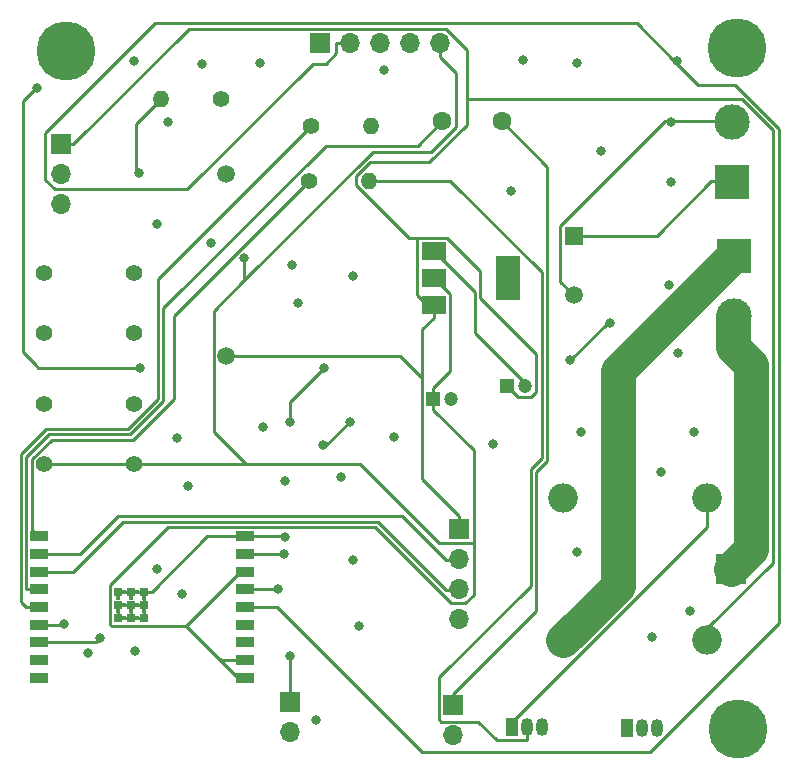
<source format=gbr>
%TF.GenerationSoftware,KiCad,Pcbnew,7.0.7*%
%TF.CreationDate,2025-10-27T22:40:16+01:00*%
%TF.ProjectId,pcb1,70636231-2e6b-4696-9361-645f70636258,rev?*%
%TF.SameCoordinates,Original*%
%TF.FileFunction,Copper,L1,Top*%
%TF.FilePolarity,Positive*%
%FSLAX46Y46*%
G04 Gerber Fmt 4.6, Leading zero omitted, Abs format (unit mm)*
G04 Created by KiCad (PCBNEW 7.0.7) date 2025-10-27 22:40:16*
%MOMM*%
%LPD*%
G01*
G04 APERTURE LIST*
%TA.AperFunction,ComponentPad*%
%ADD10R,1.700000X1.700000*%
%TD*%
%TA.AperFunction,ComponentPad*%
%ADD11O,1.700000X1.700000*%
%TD*%
%TA.AperFunction,ComponentPad*%
%ADD12C,5.000000*%
%TD*%
%TA.AperFunction,ComponentPad*%
%ADD13R,1.050000X1.500000*%
%TD*%
%TA.AperFunction,ComponentPad*%
%ADD14O,1.050000X1.500000*%
%TD*%
%TA.AperFunction,ComponentPad*%
%ADD15C,1.400000*%
%TD*%
%TA.AperFunction,ComponentPad*%
%ADD16O,1.400000X1.400000*%
%TD*%
%TA.AperFunction,SMDPad,CuDef*%
%ADD17R,2.000000X1.500000*%
%TD*%
%TA.AperFunction,SMDPad,CuDef*%
%ADD18R,2.000000X3.800000*%
%TD*%
%TA.AperFunction,ComponentPad*%
%ADD19C,1.397000*%
%TD*%
%TA.AperFunction,SMDPad,CuDef*%
%ADD20R,1.500000X0.900000*%
%TD*%
%TA.AperFunction,SMDPad,CuDef*%
%ADD21R,0.700000X0.700000*%
%TD*%
%TA.AperFunction,ComponentPad*%
%ADD22C,0.400000*%
%TD*%
%TA.AperFunction,ComponentPad*%
%ADD23R,1.200000X1.200000*%
%TD*%
%TA.AperFunction,ComponentPad*%
%ADD24C,1.200000*%
%TD*%
%TA.AperFunction,ComponentPad*%
%ADD25R,3.000000X3.000000*%
%TD*%
%TA.AperFunction,ComponentPad*%
%ADD26C,3.000000*%
%TD*%
%TA.AperFunction,ComponentPad*%
%ADD27C,1.600000*%
%TD*%
%TA.AperFunction,ComponentPad*%
%ADD28R,2.500000X2.500000*%
%TD*%
%TA.AperFunction,ComponentPad*%
%ADD29O,2.500000X2.500000*%
%TD*%
%TA.AperFunction,ComponentPad*%
%ADD30R,1.508000X1.508000*%
%TD*%
%TA.AperFunction,ComponentPad*%
%ADD31C,1.508000*%
%TD*%
%TA.AperFunction,ViaPad*%
%ADD32C,0.800000*%
%TD*%
%TA.AperFunction,Conductor*%
%ADD33C,0.250000*%
%TD*%
%TA.AperFunction,Conductor*%
%ADD34C,3.000000*%
%TD*%
G04 APERTURE END LIST*
D10*
%TO.P,Rele,1,Pin_1*%
%TO.N,+5V*%
X178760000Y-96610000D03*
D11*
%TO.P,Rele,2,Pin_2*%
%TO.N,E*%
X178760000Y-99150000D03*
%TO.P,Rele,3,Pin_3*%
%TO.N,GND*%
X178760000Y-101690000D03*
%TD*%
D12*
%TO.P,REF3,1*%
%TO.N,N/C*%
X179240000Y-88760000D03*
%TD*%
D13*
%TO.P,Q2,1,C*%
%TO.N,Net-(Q2-C)*%
X217000000Y-146020000D03*
D14*
%TO.P,Q2,2,B*%
%TO.N,Net-(Q2-B)*%
X218270000Y-146020000D03*
%TO.P,Q2,3,E*%
%TO.N,GND*%
X219540000Y-146020000D03*
%TD*%
D15*
%TO.P,R4,1*%
%TO.N,Net-(Sensor1-Pin_1)*%
X192320000Y-92850000D03*
D16*
%TO.P,R4,2*%
%TO.N,+3V3*%
X187240000Y-92850000D03*
%TD*%
D17*
%TO.P,U2,1,GND*%
%TO.N,GND*%
X210340000Y-105680000D03*
%TO.P,U2,2,VO*%
%TO.N,+3V3*%
X210340000Y-107980000D03*
%TO.P,U2,3,VI*%
%TO.N,+5V*%
X210340000Y-110280000D03*
D18*
%TO.P,U2,4*%
%TO.N,N/C*%
X216640000Y-107980000D03*
%TD*%
D19*
%TO.P,Reset,1,Pin_1*%
%TO.N,GND*%
X177330000Y-118660000D03*
X184950000Y-118660000D03*
%TO.P,Reset,2,Pin_2*%
%TO.N,+3V3*%
X177330000Y-123740000D03*
X184950000Y-123740000D03*
%TD*%
D15*
%TO.P,R3,1*%
%TO.N,rele*%
X199760000Y-99730000D03*
D16*
%TO.P,R3,2*%
%TO.N,Net-(Q2-B)*%
X204840000Y-99730000D03*
%TD*%
D20*
%TO.P,U1,1,3V3*%
%TO.N,+3V3*%
X194380000Y-141820000D03*
%TO.P,U1,2,EN*%
%TO.N,Net-(Reset1-Pin_4)*%
X194380000Y-140320000D03*
%TO.P,U1,3,IO4*%
%TO.N,unconnected-(U1-IO4-Pad3)*%
X194380000Y-138820000D03*
%TO.P,U1,4,IO5*%
%TO.N,unconnected-(U1-IO5-Pad4)*%
X194380000Y-137320000D03*
%TO.P,U1,5,IO6*%
%TO.N,SDA*%
X194380000Y-135820000D03*
%TO.P,U1,6,IO7*%
%TO.N,SCL*%
X194380000Y-134320000D03*
%TO.P,U1,7,IO8*%
%TO.N,+3V3*%
X194380000Y-132820000D03*
%TO.P,U1,8,IO9*%
%TO.N,boot*%
X194380000Y-131320000D03*
%TO.P,U1,9,GND*%
%TO.N,GND*%
X194380000Y-129820000D03*
%TO.P,U1,10,IO10*%
%TO.N,rele*%
X176880000Y-129820000D03*
%TO.P,U1,11,RXD*%
%TO.N,Net-(U1-RXD)*%
X176880000Y-131320000D03*
%TO.P,U1,12,TXD*%
%TO.N,Net-(U1-TXD)*%
X176880000Y-132820000D03*
%TO.P,U1,13,IO18*%
%TO.N,LP*%
X176880000Y-134320000D03*
%TO.P,U1,14,IO19*%
%TO.N,ReD*%
X176880000Y-135820000D03*
%TO.P,U1,15,IO3*%
%TO.N,INT*%
X176880000Y-137320000D03*
%TO.P,U1,16,IO2*%
%TO.N,sen*%
X176880000Y-138820000D03*
%TO.P,U1,17,IO1*%
%TO.N,unconnected-(U1-IO1-Pad17)*%
X176880000Y-140320000D03*
%TO.P,U1,18,IO0*%
%TO.N,unconnected-(U1-IO0-Pad18)*%
X176880000Y-141820000D03*
D21*
%TO.P,U1,19,GND*%
%TO.N,GND*%
X185770000Y-136720000D03*
%TO.P,U1,20,GND*%
X184670000Y-136720000D03*
%TO.P,U1,21,GND*%
X183570000Y-136720000D03*
%TO.P,U1,22,GND*%
X185770000Y-135620000D03*
%TO.P,U1,23,GND*%
X184670000Y-135620000D03*
%TO.P,U1,24,GND*%
X183570000Y-135620000D03*
%TO.P,U1,25,GND*%
X185770000Y-134520000D03*
%TO.P,U1,26,GND*%
X184670000Y-134520000D03*
%TO.P,U1,27,GND*%
X183570000Y-134520000D03*
D22*
%TO.P,U1,28,GND*%
X185220000Y-136720000D03*
%TO.P,U1,29,GND*%
X184120000Y-136720000D03*
%TO.P,U1,30,GND*%
X185770000Y-136170000D03*
%TO.P,U1,31,GND*%
X184670000Y-136170000D03*
%TO.P,U1,32,GND*%
X183570000Y-136170000D03*
%TO.P,U1,33,GND*%
X185220000Y-135620000D03*
%TO.P,U1,34,GND*%
X184120000Y-135620000D03*
%TO.P,U1,35,GND*%
X185770000Y-135070000D03*
%TO.P,U1,36,GND*%
X184670000Y-135070000D03*
%TO.P,U1,37,GND*%
X183570000Y-135070000D03*
%TO.P,U1,38,GND*%
X185220000Y-134520000D03*
%TO.P,U1,39,GND*%
X184120000Y-134520000D03*
%TD*%
D12*
%TO.P,REF3,1*%
%TO.N,N/C*%
X236000000Y-88510000D03*
%TD*%
D19*
%TO.P,Boot,1,Pin_1*%
%TO.N,unconnected-(Boot1-Pin_1-Pad1)*%
X177360000Y-107530000D03*
X184980000Y-107530000D03*
%TO.P,Boot,2,Pin_2*%
%TO.N,GND*%
X177360000Y-112610000D03*
X184980000Y-112610000D03*
%TD*%
D12*
%TO.P,REF3,1*%
%TO.N,N/C*%
X236130000Y-146150000D03*
%TD*%
D10*
%TO.P,LedPrueba,1,Pin_1*%
%TO.N,Net-(LedPrueba1-Pin_1)*%
X211950000Y-144125000D03*
D11*
%TO.P,LedPrueba,2,Pin_2*%
%TO.N,GND*%
X211950000Y-146665000D03*
%TD*%
D23*
%TO.P,C1,1*%
%TO.N,+5V*%
X216580000Y-117120000D03*
D24*
%TO.P,C1,2*%
%TO.N,GND*%
X218080000Y-117120000D03*
%TD*%
D25*
%TO.P,Alimentacion220V,1,Pin_1*%
%TO.N,AC*%
X235580000Y-99880000D03*
D26*
%TO.P,Alimentacion220V,2,Pin_2*%
%TO.N,Earth*%
X235580000Y-94800000D03*
%TD*%
D15*
%TO.P,R2,1*%
%TO.N,ReD*%
X199940000Y-95070000D03*
D16*
%TO.P,R2,2*%
%TO.N,Net-(Q1-B)*%
X205020000Y-95070000D03*
%TD*%
D13*
%TO.P,Q1,1,C*%
%TO.N,GND*%
X226730000Y-146040000D03*
D14*
%TO.P,Q1,2,B*%
%TO.N,Net-(Q1-B)*%
X228000000Y-146040000D03*
%TO.P,Q1,3,E*%
%TO.N,E*%
X229270000Y-146040000D03*
%TD*%
D23*
%TO.P,C2,1*%
%TO.N,+3V3*%
X210300000Y-118190000D03*
D24*
%TO.P,C2,2*%
%TO.N,GND*%
X211800000Y-118190000D03*
%TD*%
D10*
%TO.P,Uart,1,Pin_1*%
%TO.N,+5V*%
X212500000Y-129190000D03*
D11*
%TO.P,Uart,2,Pin_2*%
%TO.N,Net-(U1-RXD)*%
X212500000Y-131730000D03*
%TO.P,Uart,3,Pin_3*%
%TO.N,Net-(U1-TXD)*%
X212500000Y-134270000D03*
%TO.P,Uart,4,Pin_4*%
%TO.N,GND*%
X212500000Y-136810000D03*
%TD*%
D25*
%TO.P,Entrada,1,Pin_1*%
%TO.N,Net-(Entrada1-Pin_1)*%
X235740000Y-106130000D03*
D26*
%TO.P,Entrada,2,Pin_2*%
%TO.N,Net-(Entrada1-Pin_2)*%
X235740000Y-111210000D03*
%TD*%
D10*
%TO.P,Sensor,1,Pin_1*%
%TO.N,Net-(Sensor1-Pin_1)*%
X198130000Y-143865000D03*
D11*
%TO.P,Sensor,2,Pin_2*%
%TO.N,sen*%
X198130000Y-146405000D03*
%TD*%
D27*
%TO.P,R1,1*%
%TO.N,LP*%
X211065000Y-94710000D03*
%TO.P,R1,2*%
%TO.N,Net-(LedPrueba1-Pin_1)*%
X216145000Y-94710000D03*
%TD*%
D28*
%TO.P,Rele2,1*%
%TO.N,Net-(Entrada1-Pin_2)*%
X235507500Y-132630000D03*
D29*
%TO.P,Rele2,2*%
%TO.N,Net-(Q2-C)*%
X233507500Y-126630000D03*
%TO.P,Rele2,3*%
%TO.N,unconnected-(Rele2-Pad3)*%
X221307500Y-126630000D03*
%TO.P,Rele2,4*%
%TO.N,Net-(Entrada1-Pin_1)*%
X221307500Y-138630000D03*
%TO.P,Rele2,5*%
%TO.N,+5V*%
X233507500Y-138630000D03*
%TD*%
D10*
%TO.P,SensorAPDS9960,1,Pin_1*%
%TO.N,INT*%
X200740000Y-88080000D03*
D11*
%TO.P,SensorAPDS9960,2,Pin_2*%
%TO.N,SDA*%
X203280000Y-88080000D03*
%TO.P,SensorAPDS9960,3,Pin_3*%
%TO.N,SCL*%
X205820000Y-88080000D03*
%TO.P,SensorAPDS9960,4,Pin_4*%
%TO.N,GND*%
X208360000Y-88080000D03*
%TO.P,SensorAPDS9960,5,Pin_5*%
%TO.N,+3V3*%
X210900000Y-88080000D03*
%TD*%
D30*
%TO.P,PS1,1,AC1*%
%TO.N,AC*%
X222192400Y-104400000D03*
D31*
%TO.P,PS1,2,AC2*%
%TO.N,Earth*%
X222192400Y-109400000D03*
%TO.P,PS1,3,-VO*%
%TO.N,GND*%
X192792400Y-99200000D03*
%TO.P,PS1,4,+VO*%
%TO.N,+5V*%
X192792400Y-114600000D03*
%TD*%
D32*
%TO.N,GND*%
X202480000Y-124810000D03*
X230230000Y-108530000D03*
X186890000Y-132590000D03*
X232350000Y-121040000D03*
X203520000Y-131820000D03*
X195870000Y-120590000D03*
X181050000Y-139710000D03*
X197760000Y-129860000D03*
X225270000Y-111740000D03*
X228780000Y-138350000D03*
X215400000Y-122020000D03*
X198840000Y-110070000D03*
X230390000Y-99850000D03*
X187830000Y-94800000D03*
X189010000Y-134720000D03*
X189500000Y-125610000D03*
X200330000Y-145360000D03*
X221910000Y-114890000D03*
X198360000Y-106880000D03*
X188620000Y-121540000D03*
X224480000Y-97200000D03*
X232040000Y-136120000D03*
X222500000Y-89730000D03*
X217940000Y-89510000D03*
X190690000Y-89830000D03*
X185040000Y-139550000D03*
X206150000Y-90360000D03*
X195630000Y-89780000D03*
X203530000Y-107790000D03*
X204000000Y-137400000D03*
X197780000Y-125130000D03*
X203230000Y-120130000D03*
X207010000Y-121400000D03*
X231030000Y-114350000D03*
X222480000Y-131180000D03*
X186890000Y-103430000D03*
X222790000Y-121040000D03*
X200960000Y-122100000D03*
X191510000Y-105020000D03*
X216920000Y-100620000D03*
X185000000Y-89620000D03*
%TO.N,Earth*%
X230390000Y-94750000D03*
%TO.N,+3V3*%
X194300000Y-106250000D03*
X185360000Y-99110000D03*
%TO.N,SCL*%
X201030000Y-115590000D03*
X197160000Y-134310000D03*
X198160000Y-120130000D03*
%TO.N,SDA*%
X230950000Y-89570000D03*
%TO.N,INT*%
X179070000Y-137280000D03*
%TO.N,Net-(Q1-B)*%
X229600000Y-124380000D03*
%TO.N,boot*%
X197670000Y-131350000D03*
%TO.N,Net-(Sensor1-Pin_1)*%
X176730000Y-91920000D03*
X185450000Y-115630000D03*
X198140000Y-139940000D03*
%TO.N,sen*%
X182120000Y-138430000D03*
%TD*%
D33*
%TO.N,+5V*%
X203777000Y-99341900D02*
X204976900Y-98142000D01*
X236437000Y-92836900D02*
X213124900Y-92836900D01*
X233507500Y-138630000D02*
X233507500Y-137626000D01*
X207514800Y-114600000D02*
X209374800Y-116460000D01*
X192800000Y-114600000D02*
X207514800Y-114600000D01*
X212520000Y-129270000D02*
X212520000Y-128094900D01*
X218564300Y-118050400D02*
X219019700Y-117595000D01*
X213124900Y-88628800D02*
X213124900Y-92836900D01*
X189578100Y-86887000D02*
X211383100Y-86887000D01*
X214247500Y-109651000D02*
X214247500Y-107368000D01*
X178640000Y-96650000D02*
X179815100Y-96650000D01*
X208960800Y-109438300D02*
X208960800Y-104604800D01*
X204976900Y-98142000D02*
X209957300Y-98142000D01*
X214247500Y-107368000D02*
X211484300Y-104604800D01*
X210340000Y-110817500D02*
X210340000Y-111355100D01*
X213124900Y-94974400D02*
X213124900Y-92836900D01*
X239071400Y-95471300D02*
X236437000Y-92836900D01*
X211383100Y-86887000D02*
X213124900Y-88628800D01*
X219019700Y-114423200D02*
X214247500Y-109651000D01*
X233507500Y-137626000D02*
X239071400Y-132062100D01*
X208960800Y-104604800D02*
X208255600Y-104604800D01*
X208255600Y-104604800D02*
X203777000Y-100126200D01*
X209374800Y-114600000D02*
X209374800Y-116460000D01*
X209374800Y-112320300D02*
X210340000Y-111355100D01*
X219019700Y-117595000D02*
X219019700Y-114423200D01*
X210340000Y-110280000D02*
X210340000Y-110817500D01*
X211484300Y-104604800D02*
X208960800Y-104604800D01*
X216580000Y-117120000D02*
X217510400Y-118050400D01*
X209374800Y-114600000D02*
X209374800Y-112320300D01*
X209374800Y-116460000D02*
X209374800Y-124949700D01*
X209374800Y-124949700D02*
X212520000Y-128094900D01*
X239071400Y-132062100D02*
X239071400Y-95471300D01*
X217510400Y-118050400D02*
X218564300Y-118050400D01*
X203777000Y-100126200D02*
X203777000Y-99341900D01*
X210340000Y-110817500D02*
X208960800Y-109438300D01*
X209957300Y-98142000D02*
X213124900Y-94974400D01*
X179815100Y-96650000D02*
X189578100Y-86887000D01*
%TO.N,GND*%
X184670000Y-136720000D02*
X185220000Y-136720000D01*
X185220000Y-135620000D02*
X184670000Y-135620000D01*
X197760000Y-129860000D02*
X197720000Y-129820000D01*
X183570000Y-136170000D02*
X183570000Y-136720000D01*
X213797300Y-112606000D02*
X218080000Y-116888700D01*
X185770000Y-136170000D02*
X185770000Y-135620000D01*
X197800000Y-129820000D02*
X197760000Y-129860000D01*
X185220000Y-136720000D02*
X185770000Y-136720000D01*
X210340000Y-105680000D02*
X213797300Y-109137300D01*
X219540000Y-146020000D02*
X219752600Y-146020000D01*
X186445100Y-134520000D02*
X191145100Y-129820000D01*
X218080000Y-116888700D02*
X218080000Y-117120000D01*
X185770000Y-136720000D02*
X185770000Y-136170000D01*
X183570000Y-135070000D02*
X183570000Y-134520000D01*
X183570000Y-135620000D02*
X184120000Y-135620000D01*
X185770000Y-135620000D02*
X185220000Y-135620000D01*
X184120000Y-134520000D02*
X183570000Y-134520000D01*
X207772500Y-88080000D02*
X208360000Y-88080000D01*
X219752600Y-146258700D02*
X219752600Y-146020000D01*
X184670000Y-134520000D02*
X184120000Y-134520000D01*
X212520000Y-136890000D02*
X212355000Y-136890000D01*
X184670000Y-136170000D02*
X184670000Y-136720000D01*
X212011100Y-146885000D02*
X211980000Y-146885000D01*
X200960000Y-122100000D02*
X201260000Y-122100000D01*
X184120000Y-135620000D02*
X184670000Y-135620000D01*
X185220000Y-134520000D02*
X184670000Y-134520000D01*
X225270000Y-111740000D02*
X225060000Y-111740000D01*
X184670000Y-135070000D02*
X184670000Y-134520000D01*
X197720000Y-129820000D02*
X194380000Y-129820000D01*
X201260000Y-122100000D02*
X203230000Y-120130000D01*
X185770000Y-134520000D02*
X185220000Y-134520000D01*
X185770000Y-134520000D02*
X185770000Y-135070000D01*
X191145100Y-129820000D02*
X194380000Y-129820000D01*
X225060000Y-111740000D02*
X221910000Y-114890000D01*
X184120000Y-136720000D02*
X184670000Y-136720000D01*
X185770000Y-135070000D02*
X185770000Y-135620000D01*
X213797300Y-109137300D02*
X213797300Y-112606000D01*
X185770000Y-134520000D02*
X186445100Y-134520000D01*
X183570000Y-136720000D02*
X184120000Y-136720000D01*
%TO.N,AC*%
X235670000Y-99770000D02*
X233844900Y-99770000D01*
X233844900Y-99770000D02*
X229214900Y-104400000D01*
X229214900Y-104400000D02*
X222200000Y-104400000D01*
%TO.N,Earth*%
X221071700Y-103525200D02*
X229906900Y-94690000D01*
X230330000Y-94690000D02*
X230390000Y-94750000D01*
X221071700Y-108271700D02*
X221071700Y-103525200D01*
X222200000Y-109400000D02*
X221071700Y-108271700D01*
X230450000Y-94690000D02*
X235670000Y-94690000D01*
X230390000Y-94750000D02*
X230450000Y-94690000D01*
X229906900Y-94690000D02*
X230330000Y-94690000D01*
%TO.N,+3V3*%
X205338000Y-129044400D02*
X187851800Y-129044400D01*
X210900000Y-89255100D02*
X212224400Y-90579500D01*
X213741000Y-122556100D02*
X213741000Y-130445200D01*
X194380000Y-141820000D02*
X193804800Y-141820000D01*
X191713100Y-123720000D02*
X194500000Y-123720000D01*
X210300000Y-119115100D02*
X213741000Y-122556100D01*
X212224400Y-95191500D02*
X210107900Y-97308000D01*
X191713100Y-110769200D02*
X191713100Y-121020000D01*
X204096400Y-123720000D02*
X210821600Y-130445200D01*
X194221150Y-108261150D02*
X191713100Y-110769200D01*
X185360000Y-99110000D02*
X185140000Y-99120000D01*
X185010000Y-123720000D02*
X191713100Y-123720000D01*
X213741000Y-134805100D02*
X213020900Y-135525200D01*
X210340000Y-107980000D02*
X211694400Y-109334400D01*
X212224400Y-90579500D02*
X212224400Y-95191500D01*
X213020900Y-135525200D02*
X211818800Y-135525200D01*
X192304800Y-140320000D02*
X191432400Y-139447600D01*
X211818800Y-135525200D02*
X205338000Y-129044400D01*
X194300000Y-108182300D02*
X194221150Y-108261150D01*
X210300000Y-118190000D02*
X210300000Y-119115100D01*
X193955200Y-132820000D02*
X189380000Y-137395200D01*
X211694400Y-115870500D02*
X210300000Y-117264900D01*
X185130000Y-99110000D02*
X185360000Y-99110000D01*
X210900000Y-88080000D02*
X210900000Y-89255100D01*
X177390000Y-123720000D02*
X185010000Y-123720000D01*
X194380000Y-140320000D02*
X192304800Y-140320000D01*
X194300000Y-106250000D02*
X194300000Y-108182300D01*
X193955000Y-132820000D02*
X194380000Y-132820000D01*
X185130000Y-94960000D02*
X185130000Y-96660000D01*
X185130000Y-96660000D02*
X185130000Y-99110000D01*
X191432400Y-139447600D02*
X189380000Y-137395200D01*
X187240000Y-92850000D02*
X185130000Y-94960000D01*
X210821600Y-130445200D02*
X213741000Y-130445200D01*
X213741000Y-130445200D02*
X213741000Y-134805100D01*
X205174300Y-97308000D02*
X194221150Y-108261150D01*
X194380000Y-132820000D02*
X193955200Y-132820000D01*
X193804800Y-141820000D02*
X191432400Y-139447600D01*
X194413100Y-123720000D02*
X191713100Y-121020000D01*
X210107900Y-97308000D02*
X205174300Y-97308000D01*
X194500000Y-123720000D02*
X204096400Y-123720000D01*
X182998700Y-137395200D02*
X189380000Y-137395200D01*
X185130000Y-96660000D02*
X185130000Y-96810000D01*
X194500000Y-123720000D02*
X194413100Y-123720000D01*
X187851800Y-129044400D02*
X182894800Y-134001400D01*
X182894800Y-134001400D02*
X182894800Y-137291300D01*
X211694400Y-109334400D02*
X211694400Y-115870500D01*
X182894800Y-137291300D02*
X182998700Y-137395200D01*
X210300000Y-117264900D02*
X210300000Y-118190000D01*
%TO.N,ReD*%
X175354700Y-122869100D02*
X177472400Y-120751400D01*
X175804900Y-135820000D02*
X175354700Y-135369800D01*
X175354700Y-135369800D02*
X175354700Y-122869100D01*
X177472400Y-120751400D02*
X184412600Y-120751400D01*
X184412600Y-120751400D02*
X186985900Y-118178100D01*
X176880000Y-135820000D02*
X175804900Y-135820000D01*
X186985900Y-108024100D02*
X199940000Y-95070000D01*
X186985900Y-118178100D02*
X186985900Y-108024100D01*
%TO.N,SCL*%
X197160000Y-134350000D02*
X197160000Y-134350000D01*
X197120000Y-134310000D02*
X197160000Y-134310000D01*
X198160000Y-120130000D02*
X198160000Y-118450000D01*
X201030000Y-115590000D02*
X200790000Y-115820000D01*
X198160000Y-118450000D02*
X201030000Y-115590000D01*
X197130000Y-134320000D02*
X197120000Y-134310000D01*
X197160000Y-134310000D02*
X197160000Y-134350000D01*
X194380000Y-134320000D02*
X197130000Y-134320000D01*
%TO.N,SDA*%
X197070300Y-135820000D02*
X209334000Y-148083700D01*
X178238000Y-100460000D02*
X189481400Y-100460000D01*
X230950000Y-89570000D02*
X230676600Y-89570000D01*
X228657400Y-148083700D02*
X239571000Y-137170100D01*
X232711100Y-91604500D02*
X230950000Y-89843400D01*
X194380000Y-135820000D02*
X197070300Y-135820000D01*
X239571000Y-95312000D02*
X235863500Y-91604500D01*
X239571000Y-137170100D02*
X239571000Y-95312000D01*
X209334000Y-148083700D02*
X228657400Y-148083700D01*
X202104900Y-88911000D02*
X202104900Y-88080000D01*
X186713900Y-86410000D02*
X177454400Y-95669500D01*
X189481400Y-100460000D02*
X200108300Y-89833100D01*
X177454400Y-95669500D02*
X177454400Y-99676400D01*
X230676600Y-89570000D02*
X227516600Y-86410000D01*
X235863500Y-91604500D02*
X232711100Y-91604500D01*
X200108300Y-89833100D02*
X201182800Y-89833100D01*
X227516600Y-86410000D02*
X186713900Y-86410000D01*
X203280000Y-88080000D02*
X202104900Y-88080000D01*
X230950000Y-89843400D02*
X230950000Y-89570000D01*
X201182800Y-89833100D02*
X202104900Y-88911000D01*
X177454400Y-99676400D02*
X178238000Y-100460000D01*
%TO.N,INT*%
X176880000Y-137320000D02*
X179030000Y-137320000D01*
X179030000Y-137320000D02*
X179070000Y-137280000D01*
D34*
%TO.N,Net-(Entrada1-Pin_1)*%
X225928000Y-134010000D02*
X225928000Y-115862000D01*
D33*
X221307500Y-138630000D02*
X222882600Y-138630000D01*
D34*
X225928000Y-115862000D02*
X235720000Y-106070000D01*
D33*
X222882600Y-137055400D02*
X222882600Y-138630000D01*
D34*
X222882600Y-137055400D02*
X225928000Y-134010000D01*
X221308000Y-138630000D02*
X222882600Y-137055400D01*
%TO.N,Net-(Entrada1-Pin_2)*%
X235720000Y-111150000D02*
X235720000Y-113840000D01*
X237200000Y-130938000D02*
X237200000Y-124510000D01*
X235508000Y-132630000D02*
X236354000Y-131784000D01*
D33*
X237180000Y-124490000D02*
X237180000Y-124550000D01*
X236353500Y-131784000D02*
X235507500Y-132630000D01*
X236354000Y-131784000D02*
X236353500Y-131784000D01*
D34*
X237180000Y-115300000D02*
X237180000Y-124490000D01*
X236354000Y-131784000D02*
X237200000Y-130938000D01*
X235720000Y-113840000D02*
X237180000Y-115300000D01*
D33*
X237200000Y-124510000D02*
X237180000Y-124490000D01*
%TO.N,Net-(LedPrueba1-Pin_1)*%
X219967400Y-123448200D02*
X219967400Y-98532400D01*
X211980000Y-144345000D02*
X211980000Y-143169900D01*
X219019700Y-136130200D02*
X219019700Y-124395900D01*
X211980000Y-143169900D02*
X219019700Y-136130200D01*
X219967400Y-98532400D02*
X216145000Y-94710000D01*
X219019700Y-124395900D02*
X219967400Y-123448200D01*
%TO.N,rele*%
X188336000Y-111154000D02*
X199760000Y-99730000D01*
X176332600Y-129272600D02*
X176332600Y-123315600D01*
X177996600Y-121651600D02*
X184870700Y-121651600D01*
X188336000Y-118186300D02*
X188336000Y-111154000D01*
X176880000Y-129820000D02*
X176332600Y-129272600D01*
X184870700Y-121651600D02*
X188336000Y-118186300D01*
X176332600Y-123315600D02*
X177996600Y-121651600D01*
%TO.N,Net-(Q2-C)*%
X217000000Y-145581500D02*
X217000000Y-146020000D01*
X233507500Y-129074000D02*
X217000000Y-145581500D01*
X233507500Y-126630000D02*
X233507500Y-129074000D01*
%TO.N,boot*%
X197620000Y-131320000D02*
X197590000Y-131320000D01*
X194380000Y-131320000D02*
X197560000Y-131320000D01*
X197670000Y-131350000D02*
X197620000Y-131320000D01*
X197560000Y-131320000D02*
X197670000Y-131350000D01*
%TO.N,Net-(Q2-B)*%
X210995500Y-145520200D02*
X210804900Y-145329600D01*
X218270000Y-146020000D02*
X218270000Y-147095100D01*
X218542200Y-124143400D02*
X219508800Y-123176800D01*
X219508800Y-123176800D02*
X219508800Y-107489000D01*
X218542200Y-134046900D02*
X218542200Y-124143400D01*
X219508800Y-107489000D02*
X211749800Y-99730000D01*
X214109700Y-145520200D02*
X210995500Y-145520200D01*
X218270000Y-147095100D02*
X215684600Y-147095100D01*
X211749800Y-99730000D02*
X204840000Y-99730000D01*
X215684600Y-147095100D02*
X214109700Y-145520200D01*
X210804900Y-145329600D02*
X210804900Y-141784200D01*
X210804900Y-141784200D02*
X218542200Y-134046900D01*
%TO.N,LP*%
X201182000Y-96792700D02*
X208982300Y-96792700D01*
X176880000Y-134320000D02*
X175804900Y-134320000D01*
X175804900Y-134320000D02*
X175804900Y-123136700D01*
X184606100Y-121201500D02*
X187436000Y-118371600D01*
X187436000Y-110538700D02*
X201182000Y-96792700D01*
X187436000Y-118371600D02*
X187436000Y-110538700D01*
X208982300Y-96792700D02*
X211065000Y-94710000D01*
X175804900Y-123136700D02*
X177740100Y-121201500D01*
X177740100Y-121201500D02*
X184606100Y-121201500D01*
%TO.N,Net-(U1-RXD)*%
X183586900Y-128144200D02*
X207679100Y-128144200D01*
X207679100Y-128144200D02*
X211344900Y-131810000D01*
X176880000Y-131320000D02*
X180411100Y-131320000D01*
X212520000Y-131810000D02*
X211344900Y-131810000D01*
X180411100Y-131320000D02*
X183586900Y-128144200D01*
%TO.N,Net-(U1-TXD)*%
X212520000Y-134350000D02*
X211344900Y-134350000D01*
X179836100Y-132820000D02*
X176880000Y-132820000D01*
X211344900Y-134350000D02*
X205589200Y-128594300D01*
X205589200Y-128594300D02*
X184061800Y-128594300D01*
X184061800Y-128594300D02*
X179836100Y-132820000D01*
%TO.N,Net-(Sensor1-Pin_1)*%
X185440000Y-115550000D02*
X185360000Y-115550000D01*
X175550000Y-114230000D02*
X176590000Y-115270000D01*
X175550000Y-92950000D02*
X175550000Y-114230000D01*
X198130000Y-139950000D02*
X198130000Y-143865000D01*
X176590000Y-115270000D02*
X176870000Y-115550000D01*
X176870000Y-115550000D02*
X185280000Y-115550000D01*
X198140000Y-139940000D02*
X198130000Y-139950000D01*
X185450000Y-115630000D02*
X185440000Y-115550000D01*
X176710000Y-91790000D02*
X175550000Y-92950000D01*
X185280000Y-115550000D02*
X185450000Y-115630000D01*
%TO.N,sen*%
X182120000Y-138430000D02*
X181730000Y-138820000D01*
X181730000Y-138820000D02*
X176880000Y-138820000D01*
%TD*%
M02*

</source>
